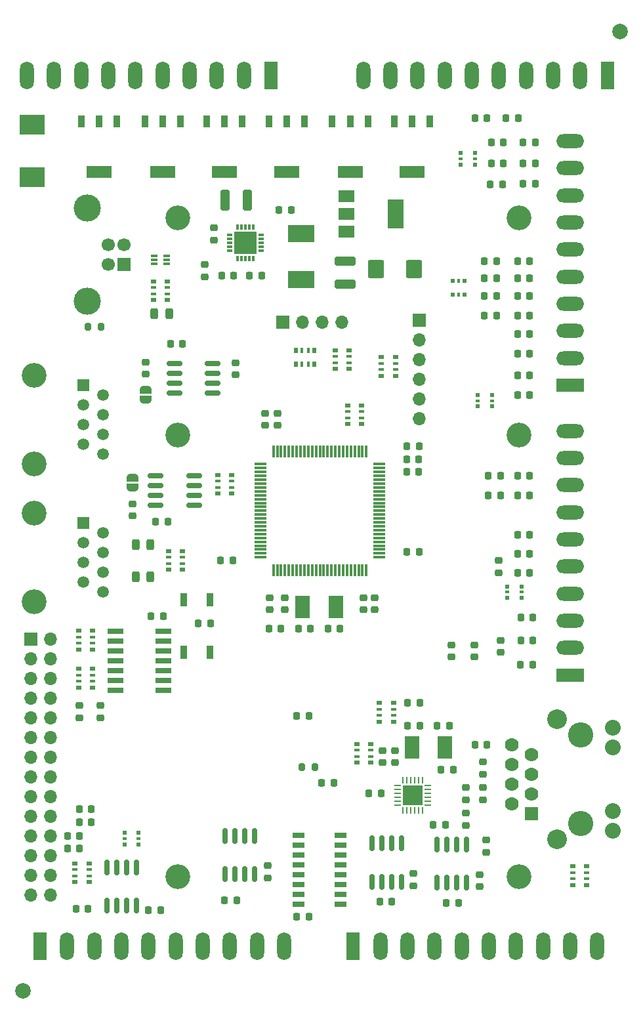
<source format=gbr>
%TF.GenerationSoftware,KiCad,Pcbnew,5.99.0-unknown-14cba9723f~116~ubuntu18.04.1*%
%TF.CreationDate,2021-02-18T14:37:27+01:00*%
%TF.ProjectId,Uni_Printer,556e695f-5072-4696-9e74-65722e6b6963,rev?*%
%TF.SameCoordinates,PX48009e0PY88da2e0*%
%TF.FileFunction,Soldermask,Top*%
%TF.FilePolarity,Negative*%
%FSLAX46Y46*%
G04 Gerber Fmt 4.6, Leading zero omitted, Abs format (unit mm)*
G04 Created by KiCad (PCBNEW 5.99.0-unknown-14cba9723f~116~ubuntu18.04.1) date 2021-02-18 14:37:27*
%MOMM*%
%LPD*%
G01*
G04 APERTURE LIST*
G04 Aperture macros list*
%AMRoundRect*
0 Rectangle with rounded corners*
0 $1 Rounding radius*
0 $2 $3 $4 $5 $6 $7 $8 $9 X,Y pos of 4 corners*
0 Add a 4 corners polygon primitive as box body*
4,1,4,$2,$3,$4,$5,$6,$7,$8,$9,$2,$3,0*
0 Add four circle primitives for the rounded corners*
1,1,$1+$1,$2,$3*
1,1,$1+$1,$4,$5*
1,1,$1+$1,$6,$7*
1,1,$1+$1,$8,$9*
0 Add four rect primitives between the rounded corners*
20,1,$1+$1,$2,$3,$4,$5,0*
20,1,$1+$1,$4,$5,$6,$7,0*
20,1,$1+$1,$6,$7,$8,$9,0*
20,1,$1+$1,$8,$9,$2,$3,0*%
%AMFreePoly0*
4,1,22,0.500000,-0.750000,0.000000,-0.750000,0.000000,-0.745033,-0.079941,-0.743568,-0.215256,-0.701293,-0.333266,-0.622738,-0.424486,-0.514219,-0.481581,-0.384460,-0.499164,-0.250000,-0.500000,-0.250000,-0.500000,0.250000,-0.499164,0.250000,-0.499963,0.256109,-0.478152,0.396186,-0.417904,0.524511,-0.324060,0.630769,-0.204165,0.706417,-0.067858,0.745374,0.000000,0.744959,0.000000,0.750000,
0.500000,0.750000,0.500000,-0.750000,0.500000,-0.750000,$1*%
%AMFreePoly1*
4,1,20,0.000000,0.744959,0.073905,0.744508,0.209726,0.703889,0.328688,0.626782,0.421226,0.519385,0.479903,0.390333,0.500000,0.250000,0.500000,-0.250000,0.499851,-0.262216,0.476331,-0.402017,0.414519,-0.529596,0.319384,-0.634700,0.198574,-0.708877,0.061801,-0.746166,0.000000,-0.745033,0.000000,-0.750000,-0.500000,-0.750000,-0.500000,0.750000,0.000000,0.750000,0.000000,0.744959,
0.000000,0.744959,$1*%
G04 Aperture macros list end*
%ADD10R,0.900000X1.700000*%
%ADD11C,3.200000*%
%ADD12RoundRect,0.225000X-0.250000X0.225000X-0.250000X-0.225000X0.250000X-0.225000X0.250000X0.225000X0*%
%ADD13RoundRect,0.218750X-0.218750X-0.256250X0.218750X-0.256250X0.218750X0.256250X-0.218750X0.256250X0*%
%ADD14RoundRect,0.218750X0.218750X0.256250X-0.218750X0.256250X-0.218750X-0.256250X0.218750X-0.256250X0*%
%ADD15RoundRect,0.218750X-0.256250X0.218750X-0.256250X-0.218750X0.256250X-0.218750X0.256250X0.218750X0*%
%ADD16RoundRect,0.218750X0.256250X-0.218750X0.256250X0.218750X-0.256250X0.218750X-0.256250X-0.218750X0*%
%ADD17RoundRect,0.243750X-0.243750X-0.456250X0.243750X-0.456250X0.243750X0.456250X-0.243750X0.456250X0*%
%ADD18RoundRect,0.225000X0.250000X-0.225000X0.250000X0.225000X-0.250000X0.225000X-0.250000X-0.225000X0*%
%ADD19RoundRect,0.225000X-0.225000X-0.250000X0.225000X-0.250000X0.225000X0.250000X-0.225000X0.250000X0*%
%ADD20R,2.032000X0.660400*%
%ADD21R,0.800000X0.500000*%
%ADD22R,0.800000X0.400000*%
%ADD23R,0.500000X0.800000*%
%ADD24R,0.400000X0.800000*%
%ADD25RoundRect,0.150000X0.825000X0.150000X-0.825000X0.150000X-0.825000X-0.150000X0.825000X-0.150000X0*%
%ADD26R,0.600000X0.600000*%
%ADD27R,0.400000X0.600000*%
%ADD28R,1.800000X3.600000*%
%ADD29O,1.800000X3.600000*%
%ADD30R,0.600000X0.400000*%
%ADD31C,2.000000*%
%ADD32R,1.950000X2.950000*%
%ADD33R,1.500000X1.500000*%
%ADD34C,1.500000*%
%ADD35R,3.600000X1.800000*%
%ADD36O,3.600000X1.800000*%
%ADD37RoundRect,0.150000X-0.150000X0.825000X-0.150000X-0.825000X0.150000X-0.825000X0.150000X0.825000X0*%
%ADD38R,3.300000X2.500000*%
%ADD39R,0.850000X0.300000*%
%ADD40R,1.700000X1.700000*%
%ADD41O,1.700000X1.700000*%
%ADD42RoundRect,0.250000X-0.325000X-1.100000X0.325000X-1.100000X0.325000X1.100000X-0.325000X1.100000X0*%
%ADD43FreePoly0,90.000000*%
%ADD44FreePoly1,90.000000*%
%ADD45R,0.900000X1.500000*%
%ADD46R,3.200000X1.500000*%
%ADD47RoundRect,0.250000X1.100000X-0.325000X1.100000X0.325000X-1.100000X0.325000X-1.100000X-0.325000X0*%
%ADD48R,0.300000X0.700000*%
%ADD49R,0.700000X0.300000*%
%ADD50R,2.950000X2.950000*%
%ADD51C,3.251200*%
%ADD52R,1.778000X1.778000*%
%ADD53C,1.778000*%
%ADD54C,2.032000*%
%ADD55C,2.540000*%
%ADD56C,1.700000*%
%ADD57C,3.500000*%
%ADD58RoundRect,0.200000X-0.200000X-0.275000X0.200000X-0.275000X0.200000X0.275000X-0.200000X0.275000X0*%
%ADD59R,1.525000X0.650000*%
%ADD60FreePoly0,270.000000*%
%ADD61FreePoly1,270.000000*%
%ADD62RoundRect,0.075000X0.075000X-0.725000X0.075000X0.725000X-0.075000X0.725000X-0.075000X-0.725000X0*%
%ADD63RoundRect,0.075000X0.725000X-0.075000X0.725000X0.075000X-0.725000X0.075000X-0.725000X-0.075000X0*%
%ADD64RoundRect,0.225000X0.225000X0.250000X-0.225000X0.250000X-0.225000X-0.250000X0.225000X-0.250000X0*%
%ADD65R,2.000000X1.500000*%
%ADD66R,2.000000X3.800000*%
%ADD67R,3.500000X2.300000*%
%ADD68RoundRect,0.062500X-0.062500X0.350000X-0.062500X-0.350000X0.062500X-0.350000X0.062500X0.350000X0*%
%ADD69RoundRect,0.062500X-0.350000X0.062500X-0.350000X-0.062500X0.350000X-0.062500X0.350000X0.062500X0*%
%ADD70R,2.600000X2.600000*%
%ADD71RoundRect,0.250000X0.787500X0.925000X-0.787500X0.925000X-0.787500X-0.925000X0.787500X-0.925000X0*%
G04 APERTURE END LIST*
D10*
X23200000Y45400000D03*
X26600000Y45400000D03*
X23200000Y52200000D03*
X26600000Y52200000D03*
D11*
X22500000Y101500000D03*
X66500000Y101500000D03*
D12*
X46400000Y52475000D03*
X46400000Y50925000D03*
D13*
X62012500Y93700000D03*
X63587500Y93700000D03*
X62912500Y108500000D03*
X64487500Y108500000D03*
X62012500Y88900000D03*
X63587500Y88900000D03*
D14*
X68587500Y108500000D03*
X67012500Y108500000D03*
X63587500Y95900000D03*
X62012500Y95900000D03*
D13*
X66312500Y88900000D03*
X67887500Y88900000D03*
D14*
X67887500Y95900000D03*
X66312500Y95900000D03*
D15*
X47900000Y52487500D03*
X47900000Y50912500D03*
D16*
X33700000Y74712500D03*
X33700000Y76287500D03*
D13*
X19612500Y62300000D03*
X21187500Y62300000D03*
D17*
X17062500Y59300000D03*
X18937500Y59300000D03*
D15*
X36300000Y52487500D03*
X36300000Y50912500D03*
D14*
X29587500Y57300000D03*
X28012500Y57300000D03*
D18*
X35300000Y74725000D03*
X35300000Y76275000D03*
D15*
X34300000Y52500000D03*
X34300000Y50925000D03*
D19*
X52025000Y68700000D03*
X53575000Y68700000D03*
X52025000Y70350000D03*
X53575000Y70350000D03*
D13*
X52012500Y72000000D03*
X53587500Y72000000D03*
D11*
X66500000Y16500000D03*
D15*
X12500000Y38587500D03*
X12500000Y37012500D03*
D11*
X22500000Y16500000D03*
D15*
X64100000Y46987500D03*
X64100000Y45412500D03*
D14*
X53687500Y38900000D03*
X52112500Y38900000D03*
X35775000Y48500000D03*
X34200000Y48500000D03*
D13*
X8212500Y20100000D03*
X9787500Y20100000D03*
D14*
X26687500Y49200000D03*
X25112500Y49200000D03*
D16*
X52900000Y15312500D03*
X52900000Y16887500D03*
D20*
X14426600Y48110000D03*
X14426600Y46840000D03*
X14426600Y45570000D03*
X14426600Y44300000D03*
X14426600Y43030000D03*
X14426600Y41760000D03*
X14426600Y40490000D03*
X20573400Y40490000D03*
X20573400Y41760000D03*
X20573400Y43030000D03*
X20573400Y44300000D03*
X20573400Y45570000D03*
X20573400Y46840000D03*
X20573400Y48110000D03*
D13*
X48512500Y13300000D03*
X50087500Y13300000D03*
D21*
X11500000Y45800000D03*
D22*
X11500000Y46600000D03*
X11500000Y47400000D03*
D21*
X11500000Y48200000D03*
X9700000Y48200000D03*
D22*
X9700000Y47400000D03*
X9700000Y46600000D03*
D21*
X9700000Y45800000D03*
X29400000Y65900000D03*
D22*
X29400000Y66700000D03*
X29400000Y67500000D03*
D21*
X29400000Y68300000D03*
X27600000Y68300000D03*
D22*
X27600000Y67500000D03*
X27600000Y66700000D03*
D21*
X27600000Y65900000D03*
D23*
X37700000Y82600000D03*
D24*
X38500000Y82600000D03*
X39300000Y82600000D03*
D23*
X40100000Y82600000D03*
X40100000Y84400000D03*
D24*
X39300000Y84400000D03*
X38500000Y84400000D03*
D23*
X37700000Y84400000D03*
D21*
X50300000Y36500000D03*
D22*
X50300000Y37300000D03*
X50300000Y38100000D03*
D21*
X50300000Y38900000D03*
X48500000Y38900000D03*
D22*
X48500000Y38100000D03*
X48500000Y37300000D03*
D21*
X48500000Y36500000D03*
X21300000Y58500000D03*
D22*
X21300000Y57700000D03*
X21300000Y56900000D03*
D21*
X21300000Y56100000D03*
X23100000Y56100000D03*
D22*
X23100000Y56900000D03*
X23100000Y57700000D03*
D21*
X23100000Y58500000D03*
D13*
X57112500Y13100000D03*
X58687500Y13100000D03*
D21*
X11500000Y40900000D03*
D22*
X11500000Y41700000D03*
X11500000Y42500000D03*
D21*
X11500000Y43300000D03*
X9700000Y43300000D03*
D22*
X9700000Y42500000D03*
X9700000Y41700000D03*
D21*
X9700000Y40900000D03*
D15*
X9800000Y38587500D03*
X9800000Y37012500D03*
D14*
X68600000Y105900000D03*
X67025000Y105900000D03*
D15*
X16600000Y64587500D03*
X16600000Y63012500D03*
D25*
X24575000Y64395000D03*
X24575000Y65665000D03*
X24575000Y66935000D03*
X24575000Y68205000D03*
X19625000Y68205000D03*
X19625000Y66935000D03*
X19625000Y65665000D03*
X19625000Y64395000D03*
D13*
X38012500Y48500000D03*
X39587500Y48500000D03*
D14*
X43400000Y48500000D03*
X41825000Y48500000D03*
D25*
X26975000Y78895000D03*
X26975000Y80165000D03*
X26975000Y81435000D03*
X26975000Y82705000D03*
X22025000Y82705000D03*
X22025000Y81435000D03*
X22025000Y80165000D03*
X22025000Y78895000D03*
D14*
X63587500Y91400000D03*
X62012500Y91400000D03*
D13*
X66712500Y47000000D03*
X68287500Y47000000D03*
D16*
X61400000Y15200000D03*
X61400000Y16775000D03*
D14*
X68275000Y43800000D03*
X66700000Y43800000D03*
D26*
X59450000Y93400000D03*
D27*
X58700000Y93400000D03*
D26*
X57950000Y93400000D03*
X57950000Y91600000D03*
D27*
X58700000Y91600000D03*
D26*
X59450000Y91600000D03*
D28*
X4700000Y7500000D03*
D29*
X8200000Y7500000D03*
X11700000Y7500000D03*
X15200000Y7500000D03*
X18700000Y7500000D03*
X22200000Y7500000D03*
X25700000Y7500000D03*
X29200000Y7500000D03*
X32700000Y7500000D03*
X36200000Y7500000D03*
D13*
X66312500Y93700000D03*
X67887500Y93700000D03*
D14*
X67887500Y91400000D03*
X66312500Y91400000D03*
D13*
X66712500Y49900000D03*
X68287500Y49900000D03*
D26*
X60800000Y108350000D03*
D30*
X60800000Y109100000D03*
D26*
X60800000Y109850000D03*
X59000000Y109850000D03*
D30*
X59000000Y109100000D03*
D26*
X59000000Y108350000D03*
D14*
X64387500Y105800000D03*
X62812500Y105800000D03*
D31*
X2500000Y1750000D03*
X79500000Y125500000D03*
D32*
X38550000Y51300000D03*
X42850000Y51300000D03*
D11*
X3950000Y81170000D03*
X3950000Y69740000D03*
D33*
X10300000Y79900000D03*
D34*
X12840000Y78630000D03*
X10300000Y77360000D03*
X12840000Y76090000D03*
X10300000Y74820000D03*
X12840000Y73550000D03*
X10300000Y72280000D03*
X12840000Y71010000D03*
D35*
X73100000Y42500000D03*
D36*
X73100000Y46000000D03*
X73100000Y49500000D03*
X73100000Y53000000D03*
X73100000Y56500000D03*
X73100000Y60000000D03*
X73100000Y63500000D03*
X73100000Y67000000D03*
X73100000Y70500000D03*
X73100000Y74000000D03*
D37*
X51305000Y20775000D03*
X50035000Y20775000D03*
X48765000Y20775000D03*
X47495000Y20775000D03*
X47495000Y15825000D03*
X48765000Y15825000D03*
X50035000Y15825000D03*
X51305000Y15825000D03*
X59705000Y20675000D03*
X58435000Y20675000D03*
X57165000Y20675000D03*
X55895000Y20675000D03*
X55895000Y15725000D03*
X57165000Y15725000D03*
X58435000Y15725000D03*
X59705000Y15725000D03*
D14*
X39387500Y11300000D03*
X37812500Y11300000D03*
D38*
X3700000Y106700000D03*
X3700000Y113500000D03*
D39*
X21000000Y95600000D03*
X21000000Y96100000D03*
X21000000Y96600000D03*
X19400000Y96600000D03*
X19400000Y96100000D03*
X19400000Y95600000D03*
D16*
X18300000Y81312500D03*
X18300000Y82887500D03*
D40*
X3500000Y47120000D03*
D41*
X6040000Y47120000D03*
X3500000Y44580000D03*
X6040000Y44580000D03*
X3500000Y42040000D03*
X6040000Y42040000D03*
X3500000Y39500000D03*
X6040000Y39500000D03*
X3500000Y36960000D03*
X6040000Y36960000D03*
X3500000Y34420000D03*
X6040000Y34420000D03*
X3500000Y31880000D03*
X6040000Y31880000D03*
X3500000Y29340000D03*
X6040000Y29340000D03*
X3500000Y26800000D03*
X6040000Y26800000D03*
X3500000Y24260000D03*
X6040000Y24260000D03*
X3500000Y21720000D03*
X6040000Y21720000D03*
X3500000Y19180000D03*
X6040000Y19180000D03*
X3500000Y16640000D03*
X6040000Y16640000D03*
X3500000Y14100000D03*
X6040000Y14100000D03*
D14*
X67887500Y78600000D03*
X66312500Y78600000D03*
X66387500Y114400000D03*
X64812500Y114400000D03*
D42*
X28525000Y103800000D03*
X31475000Y103800000D03*
D43*
X16600000Y66700000D03*
D44*
X16600000Y68000000D03*
D16*
X60700000Y44812500D03*
X60700000Y46387500D03*
D45*
X14600000Y113950000D03*
X12300000Y113950000D03*
X10000000Y113950000D03*
D46*
X12300000Y107450000D03*
D13*
X21512500Y85200000D03*
X23087500Y85200000D03*
D45*
X30800000Y113950000D03*
X28500000Y113950000D03*
X26200000Y113950000D03*
D46*
X28500000Y107450000D03*
D11*
X22500000Y73500000D03*
D40*
X53650000Y88275000D03*
D41*
X53650000Y85735000D03*
X53650000Y83195000D03*
X53650000Y80655000D03*
X53650000Y78115000D03*
X53650000Y75575000D03*
D14*
X68587500Y111200000D03*
X67012500Y111200000D03*
D18*
X50500000Y31225000D03*
X50500000Y32775000D03*
D45*
X22800000Y113950000D03*
X20500000Y113950000D03*
X18200000Y113950000D03*
D46*
X20500000Y107450000D03*
D15*
X59600000Y24687500D03*
X59600000Y23112500D03*
D28*
X77900000Y119900000D03*
D29*
X74400000Y119900000D03*
X70900000Y119900000D03*
X67400000Y119900000D03*
X63900000Y119900000D03*
X60400000Y119900000D03*
X56900000Y119900000D03*
X53400000Y119900000D03*
X49900000Y119900000D03*
X46400000Y119900000D03*
D13*
X66312500Y65700000D03*
X67887500Y65700000D03*
D37*
X32405000Y21775000D03*
X31135000Y21775000D03*
X29865000Y21775000D03*
X28595000Y21775000D03*
X28595000Y16825000D03*
X29865000Y16825000D03*
X31135000Y16825000D03*
X32405000Y16825000D03*
D16*
X61800000Y29712500D03*
X61800000Y31287500D03*
D14*
X64087500Y65700000D03*
X62512500Y65700000D03*
D21*
X73400000Y17800000D03*
D22*
X73400000Y17000000D03*
X73400000Y16200000D03*
D21*
X73400000Y15400000D03*
X75200000Y15400000D03*
D22*
X75200000Y16200000D03*
X75200000Y17000000D03*
D21*
X75200000Y17800000D03*
D14*
X64487500Y111200000D03*
X62912500Y111200000D03*
D45*
X38800000Y113950000D03*
X36500000Y113950000D03*
X34200000Y113950000D03*
D46*
X36500000Y107450000D03*
D45*
X55000000Y113950000D03*
X52700000Y113950000D03*
X50400000Y113950000D03*
D46*
X52700000Y107450000D03*
D13*
X37812500Y37200000D03*
X39387500Y37200000D03*
D14*
X20587500Y50100000D03*
X19012500Y50100000D03*
D21*
X21100000Y90900000D03*
D22*
X21100000Y91700000D03*
X21100000Y92500000D03*
D21*
X21100000Y93300000D03*
X19300000Y93300000D03*
D22*
X19300000Y92500000D03*
X19300000Y91700000D03*
D21*
X19300000Y90900000D03*
D17*
X17062500Y55200000D03*
X18937500Y55200000D03*
D28*
X34500000Y119900000D03*
D29*
X31000000Y119900000D03*
X27500000Y119900000D03*
X24000000Y119900000D03*
X20500000Y119900000D03*
X17000000Y119900000D03*
X13500000Y119900000D03*
X10000000Y119900000D03*
X6500000Y119900000D03*
X3000000Y119900000D03*
D26*
X15600000Y22150000D03*
D30*
X15600000Y21400000D03*
D26*
X15600000Y20650000D03*
X17400000Y20650000D03*
D30*
X17400000Y21400000D03*
D26*
X17400000Y22150000D03*
D15*
X63900000Y57287500D03*
X63900000Y55712500D03*
D28*
X45100000Y7500000D03*
D29*
X48600000Y7500000D03*
X52100000Y7500000D03*
X55600000Y7500000D03*
X59100000Y7500000D03*
X62600000Y7500000D03*
X66100000Y7500000D03*
X69600000Y7500000D03*
X73100000Y7500000D03*
X76600000Y7500000D03*
D16*
X57800000Y44812500D03*
X57800000Y46387500D03*
D47*
X44050000Y92925000D03*
X44050000Y95875000D03*
D35*
X73100000Y79900000D03*
D36*
X73100000Y83400000D03*
X73100000Y86900000D03*
X73100000Y90400000D03*
X73100000Y93900000D03*
X73100000Y97400000D03*
X73100000Y100900000D03*
X73100000Y104400000D03*
X73100000Y107900000D03*
X73100000Y111400000D03*
D21*
X44400000Y77300000D03*
D22*
X44400000Y76500000D03*
X44400000Y75700000D03*
D21*
X44400000Y74900000D03*
X46200000Y74900000D03*
D22*
X46200000Y75700000D03*
X46200000Y76500000D03*
D21*
X46200000Y77300000D03*
D13*
X28512500Y13400000D03*
X30087500Y13400000D03*
X66312500Y81200000D03*
X67887500Y81200000D03*
D48*
X32200000Y100300000D03*
X31700000Y100300000D03*
X31200000Y100300000D03*
X30700000Y100300000D03*
X30200000Y100300000D03*
D49*
X29150000Y99250000D03*
X29150000Y98750000D03*
X29150000Y98250000D03*
X29150000Y97750000D03*
X29150000Y97250000D03*
D48*
X30200000Y96200000D03*
X30700000Y96200000D03*
X31200000Y96200000D03*
X31700000Y96200000D03*
X32200000Y96200000D03*
D49*
X33250000Y97250000D03*
X33250000Y97750000D03*
X33250000Y98250000D03*
X33250000Y98750000D03*
X33250000Y99250000D03*
D50*
X31200000Y98250000D03*
D32*
X52662500Y33150000D03*
X56962500Y33150000D03*
D51*
X74450000Y34760000D03*
X74450000Y23330000D03*
D52*
X68100000Y24600000D03*
D53*
X65560000Y25870000D03*
X68100000Y27140000D03*
X65560000Y28410000D03*
X68100000Y29680000D03*
X65560000Y30950000D03*
X68100000Y32220000D03*
X65560000Y33490000D03*
D54*
X78564800Y22395400D03*
X78564800Y24935000D03*
X78564800Y33130000D03*
X78564800Y35669200D03*
D55*
X71400000Y36795000D03*
X71400000Y21295000D03*
D21*
X47350000Y31200000D03*
D22*
X47350000Y32000000D03*
X47350000Y32800000D03*
D21*
X47350000Y33600000D03*
X45550000Y33600000D03*
D22*
X45550000Y32800000D03*
X45550000Y32000000D03*
D21*
X45550000Y31200000D03*
D14*
X57987500Y30300000D03*
X56412500Y30300000D03*
D15*
X61800000Y27987500D03*
X61800000Y26412500D03*
D16*
X59600000Y26412500D03*
X59600000Y27987500D03*
D40*
X15500000Y95500000D03*
D56*
X15500000Y98000000D03*
X13500000Y98000000D03*
X13500000Y95500000D03*
D57*
X10790000Y102770000D03*
X10790000Y90730000D03*
D58*
X10875000Y87400000D03*
X12525000Y87400000D03*
D15*
X27100000Y100187500D03*
X27100000Y98612500D03*
D14*
X53687500Y36000000D03*
X52112500Y36000000D03*
D26*
X66800000Y52450000D03*
D30*
X66800000Y53200000D03*
D26*
X66800000Y53950000D03*
X65000000Y53950000D03*
D30*
X65000000Y53200000D03*
D26*
X65000000Y52450000D03*
D40*
X36000000Y88000000D03*
D41*
X38540000Y88000000D03*
X41080000Y88000000D03*
X43620000Y88000000D03*
D13*
X9312500Y12300000D03*
X10887500Y12300000D03*
D11*
X66500000Y73500000D03*
D15*
X62300000Y21187500D03*
X62300000Y19612500D03*
D45*
X47000000Y113950000D03*
X44700000Y113950000D03*
X42400000Y113950000D03*
D46*
X44700000Y107450000D03*
D13*
X47112500Y27275000D03*
X48687500Y27275000D03*
X18700000Y12200000D03*
X20275000Y12200000D03*
X60812500Y114400000D03*
X62387500Y114400000D03*
D11*
X3950000Y63370000D03*
X3950000Y51940000D03*
D33*
X10300000Y62100000D03*
D34*
X12840000Y60830000D03*
X10300000Y59560000D03*
X12840000Y58290000D03*
X10300000Y57020000D03*
X12840000Y55750000D03*
X10300000Y54480000D03*
X12840000Y53210000D03*
D58*
X38475000Y30600000D03*
X40125000Y30600000D03*
D18*
X29900000Y81225000D03*
X29900000Y82775000D03*
D59*
X43482000Y12955000D03*
X43482000Y14225000D03*
X43482000Y15495000D03*
X43482000Y16765000D03*
X43482000Y18035000D03*
X43482000Y19305000D03*
X43482000Y20575000D03*
X43482000Y21845000D03*
X38058000Y21845000D03*
X38058000Y20575000D03*
X38058000Y19305000D03*
X38058000Y18035000D03*
X38058000Y16765000D03*
X38058000Y15495000D03*
X38058000Y14225000D03*
X38058000Y12955000D03*
D13*
X55912500Y36000000D03*
X57487500Y36000000D03*
D60*
X18300000Y79350000D03*
D61*
X18300000Y78050000D03*
D15*
X25900000Y95487500D03*
X25900000Y93912500D03*
D19*
X8250000Y21700000D03*
X9800000Y21700000D03*
D14*
X62387500Y33500000D03*
X60812500Y33500000D03*
X42587500Y28600000D03*
X41012500Y28600000D03*
D62*
X34800000Y56025000D03*
X35300000Y56025000D03*
X35800000Y56025000D03*
X36300000Y56025000D03*
X36800000Y56025000D03*
X37300000Y56025000D03*
X37800000Y56025000D03*
X38300000Y56025000D03*
X38800000Y56025000D03*
X39300000Y56025000D03*
X39800000Y56025000D03*
X40300000Y56025000D03*
X40800000Y56025000D03*
X41300000Y56025000D03*
X41800000Y56025000D03*
X42300000Y56025000D03*
X42800000Y56025000D03*
X43300000Y56025000D03*
X43800000Y56025000D03*
X44300000Y56025000D03*
X44800000Y56025000D03*
X45300000Y56025000D03*
X45800000Y56025000D03*
X46300000Y56025000D03*
X46800000Y56025000D03*
D63*
X48475000Y57700000D03*
X48475000Y58200000D03*
X48475000Y58700000D03*
X48475000Y59200000D03*
X48475000Y59700000D03*
X48475000Y60200000D03*
X48475000Y60700000D03*
X48475000Y61200000D03*
X48475000Y61700000D03*
X48475000Y62200000D03*
X48475000Y62700000D03*
X48475000Y63200000D03*
X48475000Y63700000D03*
X48475000Y64200000D03*
X48475000Y64700000D03*
X48475000Y65200000D03*
X48475000Y65700000D03*
X48475000Y66200000D03*
X48475000Y66700000D03*
X48475000Y67200000D03*
X48475000Y67700000D03*
X48475000Y68200000D03*
X48475000Y68700000D03*
X48475000Y69200000D03*
X48475000Y69700000D03*
D62*
X46800000Y71375000D03*
X46300000Y71375000D03*
X45800000Y71375000D03*
X45300000Y71375000D03*
X44800000Y71375000D03*
X44300000Y71375000D03*
X43800000Y71375000D03*
X43300000Y71375000D03*
X42800000Y71375000D03*
X42300000Y71375000D03*
X41800000Y71375000D03*
X41300000Y71375000D03*
X40800000Y71375000D03*
X40300000Y71375000D03*
X39800000Y71375000D03*
X39300000Y71375000D03*
X38800000Y71375000D03*
X38300000Y71375000D03*
X37800000Y71375000D03*
X37300000Y71375000D03*
X36800000Y71375000D03*
X36300000Y71375000D03*
X35800000Y71375000D03*
X35300000Y71375000D03*
X34800000Y71375000D03*
D63*
X33125000Y69700000D03*
X33125000Y69200000D03*
X33125000Y68700000D03*
X33125000Y68200000D03*
X33125000Y67700000D03*
X33125000Y67200000D03*
X33125000Y66700000D03*
X33125000Y66200000D03*
X33125000Y65700000D03*
X33125000Y65200000D03*
X33125000Y64700000D03*
X33125000Y64200000D03*
X33125000Y63700000D03*
X33125000Y63200000D03*
X33125000Y62700000D03*
X33125000Y62200000D03*
X33125000Y61700000D03*
X33125000Y61200000D03*
X33125000Y60700000D03*
X33125000Y60200000D03*
X33125000Y59700000D03*
X33125000Y59200000D03*
X33125000Y58700000D03*
X33125000Y58200000D03*
X33125000Y57700000D03*
D64*
X56975000Y23200000D03*
X55425000Y23200000D03*
D13*
X66312500Y86500000D03*
X67887500Y86500000D03*
X66312500Y58100000D03*
X67887500Y58100000D03*
D14*
X33287500Y94000000D03*
X31712500Y94000000D03*
D13*
X66312500Y68200000D03*
X67887500Y68200000D03*
D26*
X63000000Y77150000D03*
D30*
X63000000Y77900000D03*
D26*
X63000000Y78650000D03*
X61200000Y78650000D03*
D30*
X61200000Y77900000D03*
D26*
X61200000Y77150000D03*
D13*
X66312500Y84000000D03*
X67887500Y84000000D03*
X35512500Y102500000D03*
X37087500Y102500000D03*
D16*
X34100000Y16312500D03*
X34100000Y17887500D03*
D14*
X29687500Y94000000D03*
X28112500Y94000000D03*
D65*
X44250000Y104300000D03*
D66*
X50550000Y102000000D03*
D65*
X44250000Y102000000D03*
X44250000Y99700000D03*
D13*
X52012500Y58400000D03*
X53587500Y58400000D03*
D18*
X48900000Y31225000D03*
X48900000Y32775000D03*
D67*
X38400000Y99500000D03*
X38400000Y93500000D03*
D21*
X50550000Y81100000D03*
D22*
X50550000Y81900000D03*
X50550000Y82700000D03*
D21*
X50550000Y83500000D03*
X48750000Y83500000D03*
D22*
X48750000Y82700000D03*
X48750000Y81900000D03*
D21*
X48750000Y81100000D03*
D17*
X19462500Y89100000D03*
X21337500Y89100000D03*
D68*
X54050000Y28937500D03*
X53550000Y28937500D03*
X53050000Y28937500D03*
X52550000Y28937500D03*
X52050000Y28937500D03*
X51550000Y28937500D03*
D69*
X50862500Y28250000D03*
X50862500Y27750000D03*
X50862500Y27250000D03*
X50862500Y26750000D03*
X50862500Y26250000D03*
X50862500Y25750000D03*
D68*
X51550000Y25062500D03*
X52050000Y25062500D03*
X52550000Y25062500D03*
X53050000Y25062500D03*
X53550000Y25062500D03*
X54050000Y25062500D03*
D69*
X54737500Y25750000D03*
X54737500Y26250000D03*
X54737500Y26750000D03*
X54737500Y27250000D03*
X54737500Y27750000D03*
X54737500Y28250000D03*
D70*
X52800000Y27000000D03*
D21*
X11000000Y15800000D03*
D22*
X11000000Y16600000D03*
X11000000Y17400000D03*
D21*
X11000000Y18200000D03*
X9200000Y18200000D03*
D22*
X9200000Y17400000D03*
X9200000Y16600000D03*
D21*
X9200000Y15800000D03*
D19*
X9775000Y25200000D03*
X11325000Y25200000D03*
D13*
X62512500Y68200000D03*
X64087500Y68200000D03*
X66312500Y60600000D03*
X67887500Y60600000D03*
D14*
X67887500Y55700000D03*
X66312500Y55700000D03*
D19*
X9775000Y23500000D03*
X11325000Y23500000D03*
D37*
X17105000Y17675000D03*
X15835000Y17675000D03*
X14565000Y17675000D03*
X13295000Y17675000D03*
X13295000Y12725000D03*
X14565000Y12725000D03*
X15835000Y12725000D03*
X17105000Y12725000D03*
D21*
X44550000Y82000000D03*
D22*
X44550000Y82800000D03*
X44550000Y83600000D03*
D21*
X44550000Y84400000D03*
X42750000Y84400000D03*
D22*
X42750000Y83600000D03*
X42750000Y82800000D03*
D21*
X42750000Y82000000D03*
D71*
X52962500Y94900000D03*
X48037500Y94900000D03*
M02*

</source>
